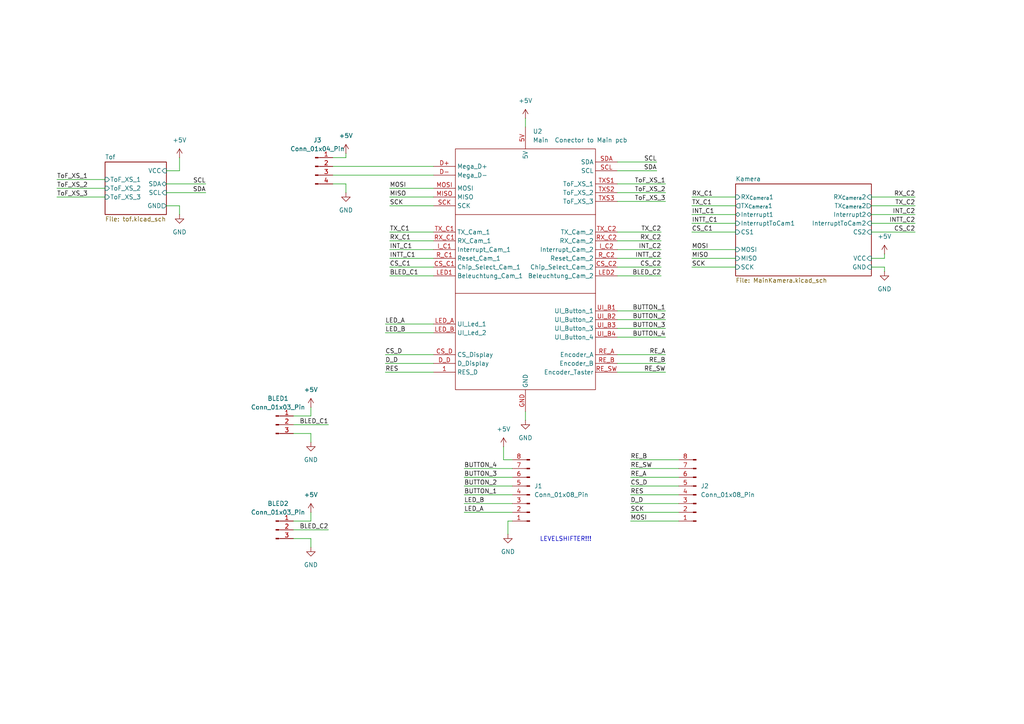
<source format=kicad_sch>
(kicad_sch (version 20250114) (generator "eeschema") (generator_version "9.0")
  (paper "A4")
  (lib_symbols
    (symbol "Connector:Conn_01x03_Pin" (pin_names (offset 1.016) (hide yes))
      (property "Reference" "J" (at 0 5.08 0))
      (property "Value" "Conn_01x03_Pin" (at 0 -5.08 0))
      (symbol "Conn_01x03_Pin_1_1"
        (rectangle (start 0.8636 2.667) (end 0 2.413) (stroke (width 0.1524)) (fill (type outline)))
        (rectangle (start 0.8636 0.127) (end 0 -0.127) (stroke (width 0.1524)) (fill (type outline)))
        (rectangle (start 0.8636 -2.413) (end 0 -2.667) (stroke (width 0.1524)) (fill (type outline)))
        (polyline (pts (xy 1.27 2.54) (xy 0.8636 2.54)) (stroke (width 0.1524)))
        (polyline (pts (xy 1.27 0) (xy 0.8636 0)) (stroke (width 0.1524)))
        (polyline (pts (xy 1.27 -2.54) (xy 0.8636 -2.54)) (stroke (width 0.1524)))
        (pin passive line (at 5.08 2.54 180) (length 3.81) (name "Pin_1") (number "1"))
        (pin passive line (at 5.08 0 180) (length 3.81) (name "Pin_2") (number "2"))
        (pin passive line (at 5.08 -2.54 180) (length 3.81) (name "Pin_3") (number "3"))
      )
    )
    (symbol "Connector:Conn_01x04_Pin" (pin_names (offset 1.016) (hide yes))
      (property "Reference" "J" (at 0 5.08 0))
      (property "Value" "Conn_01x04_Pin" (at 0 -7.62 0))
      (symbol "Conn_01x04_Pin_1_1"
        (rectangle (start 0.8636 2.667) (end 0 2.413) (stroke (width 0.1524)) (fill (type outline)))
        (rectangle (start 0.8636 0.127) (end 0 -0.127) (stroke (width 0.1524)) (fill (type outline)))
        (rectangle (start 0.8636 -2.413) (end 0 -2.667) (stroke (width 0.1524)) (fill (type outline)))
        (rectangle (start 0.8636 -4.953) (end 0 -5.207) (stroke (width 0.1524)) (fill (type outline)))
        (polyline (pts (xy 1.27 2.54) (xy 0.8636 2.54)) (stroke (width 0.1524)))
        (polyline (pts (xy 1.27 0) (xy 0.8636 0)) (stroke (width 0.1524)))
        (polyline (pts (xy 1.27 -2.54) (xy 0.8636 -2.54)) (stroke (width 0.1524)))
        (polyline (pts (xy 1.27 -5.08) (xy 0.8636 -5.08)) (stroke (width 0.1524)))
        (pin passive line (at 5.08 2.54 180) (length 3.81) (name "Pin_1") (number "1"))
        (pin passive line (at 5.08 0 180) (length 3.81) (name "Pin_2") (number "2"))
        (pin passive line (at 5.08 -2.54 180) (length 3.81) (name "Pin_3") (number "3"))
        (pin passive line (at 5.08 -5.08 180) (length 3.81) (name "Pin_4") (number "4"))
      )
    )
    (symbol "Connector:Conn_01x08_Pin" (pin_names (offset 1.016) (hide yes))
      (property "Reference" "J" (at 0 10.16 0))
      (property "Value" "Conn_01x08_Pin" (at 0 -12.7 0))
      (symbol "Conn_01x08_Pin_1_1"
        (rectangle (start 0.8636 7.747) (end 0 7.493) (stroke (width 0.1524)) (fill (type outline)))
        (rectangle (start 0.8636 5.207) (end 0 4.953) (stroke (width 0.1524)) (fill (type outline)))
        (rectangle (start 0.8636 2.667) (end 0 2.413) (stroke (width 0.1524)) (fill (type outline)))
        (rectangle (start 0.8636 0.127) (end 0 -0.127) (stroke (width 0.1524)) (fill (type outline)))
        (rectangle (start 0.8636 -2.413) (end 0 -2.667) (stroke (width 0.1524)) (fill (type outline)))
        (rectangle (start 0.8636 -4.953) (end 0 -5.207) (stroke (width 0.1524)) (fill (type outline)))
        (rectangle (start 0.8636 -7.493) (end 0 -7.747) (stroke (width 0.1524)) (fill (type outline)))
        (rectangle (start 0.8636 -10.033) (end 0 -10.287) (stroke (width 0.1524)) (fill (type outline)))
        (polyline (pts (xy 1.27 7.62) (xy 0.8636 7.62)) (stroke (width 0.1524)))
        (polyline (pts (xy 1.27 5.08) (xy 0.8636 5.08)) (stroke (width 0.1524)))
        (polyline (pts (xy 1.27 2.54) (xy 0.8636 2.54)) (stroke (width 0.1524)))
        (polyline (pts (xy 1.27 0) (xy 0.8636 0)) (stroke (width 0.1524)))
        (polyline (pts (xy 1.27 -2.54) (xy 0.8636 -2.54)) (stroke (width 0.1524)))
        (polyline (pts (xy 1.27 -5.08) (xy 0.8636 -5.08)) (stroke (width 0.1524)))
        (polyline (pts (xy 1.27 -7.62) (xy 0.8636 -7.62)) (stroke (width 0.1524)))
        (polyline (pts (xy 1.27 -10.16) (xy 0.8636 -10.16)) (stroke (width 0.1524)))
        (pin passive line (at 5.08 7.62 180) (length 3.81) (name "Pin_1") (number "1"))
        (pin passive line (at 5.08 5.08 180) (length 3.81) (name "Pin_2") (number "2"))
        (pin passive line (at 5.08 2.54 180) (length 3.81) (name "Pin_3") (number "3"))
        (pin passive line (at 5.08 0 180) (length 3.81) (name "Pin_4") (number "4"))
        (pin passive line (at 5.08 -2.54 180) (length 3.81) (name "Pin_5") (number "5"))
        (pin passive line (at 5.08 -5.08 180) (length 3.81) (name "Pin_6") (number "6"))
        (pin passive line (at 5.08 -7.62 180) (length 3.81) (name "Pin_7") (number "7"))
        (pin passive line (at 5.08 -10.16 180) (length 3.81) (name "Pin_8") (number "8"))
      )
    )
    (symbol "RobotikV4:MainConector"
      (property "Reference" "U" (at -19.05 33.02 0))
      (property "Value" "Main  Conector to Main pcb" (at -0.254 13.97 0))
      (symbol "MainConector_0_1"
        (rectangle (start -20.32 31.75) (end 20.32 -38.1))
        (polyline (pts (xy -20.32 12.7) (xy 20.32 12.7)))
        (polyline (pts (xy 20.32 -10.16) (xy -20.32 -10.16)))
      )
      (symbol "MainConector_1_1"
        (pin input line (at -26.67 26.67 0) (length 6.35) (name "Mega_D+") (number "D+"))
        (pin input line (at -26.67 24.13 0) (length 6.35) (name "Mega_D-") (number "D-"))
        (pin input line (at -26.67 20.32 0) (length 6.35) (name "MOSI") (number "MOSI"))
        (pin input line (at -26.67 17.78 0) (length 6.35) (name "MISO") (number "MISO"))
        (pin input line (at -26.67 15.24 0) (length 6.35) (name "SCK") (number "SCK"))
        (pin output line (at -26.67 7.62 0) (length 6.35) (name "TX_Cam_1") (number "TX_C1"))
        (pin input line (at -26.67 5.08 0) (length 6.35) (name "RX_Cam_1") (number "RX_C1"))
        (pin input line (at -26.67 2.54 0) (length 6.35) (name "Interrupt_Cam_1") (number "I_C1"))
        (pin input line (at -26.67 0 0) (length 6.35) (name "Reset_Cam_1") (number "R_C1"))
        (pin input line (at -26.67 -2.54 0) (length 6.35) (name "Chip_Select_Cam_1") (number "CS_C1"))
        (pin input line (at -26.67 -5.08 0) (length 6.35) (name "Beleuchtung_Cam_1") (number "LED1"))
        (pin input line (at -26.67 -19.05 0) (length 6.35) (name "UI_Led_1") (number "LED_A"))
        (pin input line (at -26.67 -21.59 0) (length 6.35) (name "UI_Led_2") (number "LED_B"))
        (pin input line (at -26.67 -27.94 0) (length 6.35) (name "CS_Display") (number "CS_D"))
        (pin input line (at -26.67 -30.48 0) (length 6.35) (name "D_Display") (number "D_D"))
        (pin input line (at -26.67 -33.02 0) (length 6.35) (name "RES_D") (number "1"))
        (pin power_in line (at 0 38.1 270) (length 6.35) (name "5V") (number "5V"))
        (pin power_in line (at 0 -44.45 90) (length 6.35) (name "GND") (number "GND"))
        (pin bidirectional line (at 26.67 27.94 180) (length 6.35) (name "SDA") (number "SDA"))
        (pin input line (at 26.67 25.4 180) (length 6.35) (name "SCL") (number "SCL"))
        (pin input line (at 26.67 21.59 180) (length 6.35) (name "ToF_XS_1") (number "TXS1"))
        (pin input line (at 26.67 19.05 180) (length 6.35) (name "ToF_XS_2") (number "TXS2"))
        (pin input line (at 26.67 16.51 180) (length 6.35) (name "ToF_XS_3") (number "TXS3"))
        (pin output line (at 26.67 7.62 180) (length 6.35) (name "TX_Cam_2") (number "TX_C2"))
        (pin input line (at 26.67 5.08 180) (length 6.35) (name "RX_Cam_2") (number "RX_C2"))
        (pin input line (at 26.67 2.54 180) (length 6.35) (name "Interrupt_Cam_2") (number "I_C2"))
        (pin input line (at 26.67 0 180) (length 6.35) (name "Reset_Cam_2") (number "R_C2"))
        (pin input line (at 26.67 -2.54 180) (length 6.35) (name "Chip_Select_Cam_2") (number "CS_C2"))
        (pin input line (at 26.67 -5.08 180) (length 6.35) (name "Beleuchtung_Cam_2") (number "LED2"))
        (pin output line (at 26.67 -15.24 180) (length 6.35) (name "UI_Button_1") (number "UI_B1"))
        (pin output line (at 26.67 -17.78 180) (length 6.35) (name "UI_Button_2") (number "UI_B2"))
        (pin output line (at 26.67 -20.32 180) (length 6.35) (name "UI_Button_3") (number "UI_B3"))
        (pin output line (at 26.67 -22.86 180) (length 6.35) (name "UI_Button_4") (number "UI_B4"))
        (pin output line (at 26.67 -27.94 180) (length 6.35) (name "Encoder_A") (number "RE_A"))
        (pin output line (at 26.67 -30.48 180) (length 6.35) (name "Encoder_B") (number "RE_B"))
        (pin output line (at 26.67 -33.02 180) (length 6.35) (name "Encoder_Taster") (number "RE_SW"))
      )
    )
    (symbol "power:+5V" (power) (pin_numbers (hide yes)) (pin_names (offset 0) (hide yes))
      (property "Value" "+5V" (at 0 3.556 0))
      (symbol "+5V_0_1"
        (polyline (pts (xy -0.762 1.27) (xy 0 2.54)))
        (polyline (pts (xy 0 2.54) (xy 0.762 1.27)))
        (polyline (pts (xy 0 0) (xy 0 2.54)))
      )
      (symbol "+5V_1_1"
        (pin power_in line (at 0 0 90) (length 0) (name "~") (number "1"))
      )
    )
    (symbol "power:GND" (power) (pin_numbers (hide yes)) (pin_names (offset 0) (hide yes))
      (property "Value" "GND" (at 0 -3.81 0))
      (symbol "GND_0_1"
        (polyline (pts (xy 0 0) (xy 0 -1.27) (xy 1.27 -1.27) (xy 0 -2.54) (xy -1.27 -1.27) (xy 0 -1.27)))
      )
      (symbol "GND_1_1"
        (pin power_in line (at 0 0 270) (length 0) (name "~") (number "1"))
      )
    )
  )
  (text "LEVELSHIFTER!!!\n" (at 164.084 156.464 0) (effects (font (size 1.27 1.27))))
  (wire (pts (xy 85.09 156.21) (xy 90.17 156.21)))
  (wire (pts (xy 85.09 125.73) (xy 90.17 125.73)))
  (wire (pts (xy 113.03 69.85) (xy 125.73 69.85)))
  (wire (pts (xy 193.04 102.87) (xy 179.07 102.87)))
  (wire (pts (xy 182.88 151.13) (xy 196.85 151.13)))
  (wire (pts (xy 179.07 77.47) (xy 191.77 77.47)))
  (wire (pts (xy 193.04 53.34) (xy 179.07 53.34)))
  (wire (pts (xy 111.76 107.95) (xy 125.73 107.95)))
  (wire (pts (xy 48.26 59.69) (xy 52.07 59.69)))
  (wire (pts (xy 182.88 143.51) (xy 196.85 143.51)))
  (wire (pts (xy 96.52 50.8) (xy 125.73 50.8)))
  (wire (pts (xy 96.52 53.34) (xy 100.33 53.34)))
  (wire (pts (xy 200.66 59.69) (xy 213.36 59.69)))
  (wire (pts (xy 252.73 74.93) (xy 256.54 74.93)))
  (wire (pts (xy 113.03 74.93) (xy 125.73 74.93)))
  (wire (pts (xy 111.76 93.98) (xy 125.73 93.98)))
  (wire (pts (xy 111.76 102.87) (xy 125.73 102.87)))
  (wire (pts (xy 182.88 146.05) (xy 196.85 146.05)))
  (wire (pts (xy 252.73 62.23) (xy 265.43 62.23)))
  (wire (pts (xy 200.66 67.31) (xy 213.36 67.31)))
  (wire (pts (xy 179.07 46.99) (xy 190.5 46.99)))
  (wire (pts (xy 85.09 123.19) (xy 95.25 123.19)))
  (wire (pts (xy 200.66 72.39) (xy 213.36 72.39)))
  (wire (pts (xy 252.73 67.31) (xy 265.43 67.31)))
  (wire (pts (xy 111.76 105.41) (xy 125.73 105.41)))
  (wire (pts (xy 85.09 120.65) (xy 90.17 120.65)))
  (wire (pts (xy 200.66 64.77) (xy 213.36 64.77)))
  (wire (pts (xy 182.88 140.97) (xy 196.85 140.97)))
  (wire (pts (xy 113.03 77.47) (xy 125.73 77.47)))
  (wire (pts (xy 193.04 58.42) (xy 179.07 58.42)))
  (wire (pts (xy 147.32 151.13) (xy 148.59 151.13)))
  (wire (pts (xy 179.07 80.01) (xy 191.77 80.01)))
  (wire (pts (xy 134.62 135.89) (xy 148.59 135.89)))
  (wire (pts (xy 134.62 148.59) (xy 148.59 148.59)))
  (wire (pts (xy 193.04 97.79) (xy 179.07 97.79)))
  (wire (pts (xy 193.04 90.17) (xy 179.07 90.17)))
  (wire (pts (xy 179.07 67.31) (xy 191.77 67.31)))
  (wire (pts (xy 16.51 52.07) (xy 30.48 52.07)))
  (wire (pts (xy 113.03 72.39) (xy 125.73 72.39)))
  (wire (pts (xy 200.66 62.23) (xy 213.36 62.23)))
  (wire (pts (xy 193.04 107.95) (xy 179.07 107.95)))
  (wire (pts (xy 48.26 53.34) (xy 59.69 53.34)))
  (wire (pts (xy 182.88 138.43) (xy 196.85 138.43)))
  (wire (pts (xy 52.07 45.72) (xy 52.07 49.53)))
  (wire (pts (xy 96.52 45.72) (xy 100.33 45.72)))
  (wire (pts (xy 90.17 125.73) (xy 90.17 128.27)))
  (wire (pts (xy 100.33 44.45) (xy 100.33 45.72)))
  (wire (pts (xy 147.32 151.13) (xy 147.32 154.94)))
  (wire (pts (xy 96.52 48.26) (xy 125.73 48.26)))
  (wire (pts (xy 146.05 133.35) (xy 148.59 133.35)))
  (wire (pts (xy 193.04 105.41) (xy 179.07 105.41)))
  (wire (pts (xy 113.03 67.31) (xy 125.73 67.31)))
  (wire (pts (xy 16.51 54.61) (xy 30.48 54.61)))
  (wire (pts (xy 85.09 153.67) (xy 95.25 153.67)))
  (wire (pts (xy 85.09 151.13) (xy 90.17 151.13)))
  (wire (pts (xy 200.66 77.47) (xy 213.36 77.47)))
  (wire (pts (xy 252.73 57.15) (xy 265.43 57.15)))
  (wire (pts (xy 134.62 146.05) (xy 148.59 146.05)))
  (wire (pts (xy 100.33 55.88) (xy 100.33 53.34)))
  (wire (pts (xy 90.17 148.59) (xy 90.17 151.13)))
  (wire (pts (xy 90.17 156.21) (xy 90.17 158.75)))
  (wire (pts (xy 182.88 133.35) (xy 196.85 133.35)))
  (wire (pts (xy 193.04 55.88) (xy 179.07 55.88)))
  (wire (pts (xy 256.54 74.93) (xy 256.54 73.66)))
  (wire (pts (xy 111.76 96.52) (xy 125.73 96.52)))
  (wire (pts (xy 134.62 143.51) (xy 148.59 143.51)))
  (wire (pts (xy 48.26 49.53) (xy 52.07 49.53)))
  (wire (pts (xy 179.07 72.39) (xy 191.77 72.39)))
  (wire (pts (xy 252.73 64.77) (xy 265.43 64.77)))
  (wire (pts (xy 134.62 138.43) (xy 148.59 138.43)))
  (wire (pts (xy 16.51 57.15) (xy 30.48 57.15)))
  (wire (pts (xy 179.07 69.85) (xy 191.77 69.85)))
  (wire (pts (xy 113.03 57.15) (xy 125.73 57.15)))
  (wire (pts (xy 252.73 59.69) (xy 265.43 59.69)))
  (wire (pts (xy 90.17 118.11) (xy 90.17 120.65)))
  (wire (pts (xy 113.03 80.01) (xy 125.73 80.01)))
  (wire (pts (xy 113.03 54.61) (xy 125.73 54.61)))
  (wire (pts (xy 113.03 59.69) (xy 125.73 59.69)))
  (wire (pts (xy 52.07 59.69) (xy 52.07 62.23)))
  (wire (pts (xy 252.73 77.47) (xy 256.54 77.47)))
  (wire (pts (xy 182.88 135.89) (xy 196.85 135.89)))
  (wire (pts (xy 179.07 49.53) (xy 190.5 49.53)))
  (wire (pts (xy 48.26 55.88) (xy 59.69 55.88)))
  (wire (pts (xy 256.54 78.74) (xy 256.54 77.47)))
  (wire (pts (xy 134.62 140.97) (xy 148.59 140.97)))
  (wire (pts (xy 146.05 133.35) (xy 146.05 129.54)))
  (wire (pts (xy 200.66 74.93) (xy 213.36 74.93)))
  (wire (pts (xy 152.4 34.29) (xy 152.4 36.83)))
  (wire (pts (xy 200.66 57.15) (xy 213.36 57.15)))
  (wire (pts (xy 193.04 95.25) (xy 179.07 95.25)))
  (wire (pts (xy 179.07 74.93) (xy 191.77 74.93)))
  (wire (pts (xy 193.04 92.71) (xy 179.07 92.71)))
  (wire (pts (xy 152.4 121.92) (xy 152.4 119.38)))
  (wire (pts (xy 182.88 148.59) (xy 196.85 148.59)))
  (label "INTT_C2" (at 191.77 74.93 180))
  (label "MOSI" (at 200.66 72.39 0))
  (label "SCK" (at 182.88 148.59 0))
  (label "MISO" (at 200.66 74.93 0))
  (label "INT_C1" (at 113.03 72.39 0))
  (label "RES" (at 182.88 143.51 0))
  (label "RES" (at 111.76 107.95 0))
  (label "INTT_C2" (at 265.43 64.77 180))
  (label "INTT_C1" (at 113.03 74.93 0))
  (label "RE_SW" (at 193.04 107.95 180))
  (label "D_D" (at 182.88 146.05 0))
  (label "RE_B" (at 182.88 133.35 0))
  (label "BUTTON_4" (at 193.04 97.79 180))
  (label "MOSI" (at 113.03 54.61 0))
  (label "LED_A" (at 111.76 93.98 0))
  (label "LED_B" (at 111.76 96.52 0))
  (label "SCL" (at 59.69 53.34 180))
  (label "MOSI" (at 182.88 151.13 0))
  (label "ToF_XS_1" (at 193.04 53.34 180))
  (label "TX_C2" (at 191.77 67.31 180))
  (label "BLED_C1" (at 113.03 80.01 0))
  (label "D_D" (at 111.76 105.41 0))
  (label "LED_B" (at 134.62 146.05 0))
  (label "SDA" (at 59.69 55.88 180))
  (label "RX_C2" (at 191.77 69.85 180))
  (label "BLED_C2" (at 191.77 80.01 180))
  (label "INT_C2" (at 265.43 62.23 180))
  (label "BUTTON_3" (at 134.62 138.43 0))
  (label "ToF_XS_3" (at 193.04 58.42 180))
  (label "RX_C2" (at 265.43 57.15 180))
  (label "BUTTON_1" (at 193.04 90.17 180))
  (label "MISO" (at 113.03 57.15 0))
  (label "RE_SW" (at 182.88 135.89 0))
  (label "ToF_XS_1" (at 16.51 52.07 0))
  (label "BUTTON_2" (at 134.62 140.97 0))
  (label "CS_C2" (at 265.43 67.31 180))
  (label "BUTTON_4" (at 134.62 135.89 0))
  (label "BLED_C2" (at 95.25 153.67 180))
  (label "CS_C2" (at 191.77 77.47 180))
  (label "CS_C1" (at 200.66 67.31 0))
  (label "ToF_XS_2" (at 193.04 55.88 180))
  (label "ToF_XS_3" (at 16.51 57.15 0))
  (label "SCK" (at 113.03 59.69 0))
  (label "RX_C1" (at 113.03 69.85 0))
  (label "SDA" (at 190.5 49.53 180))
  (label "TX_C2" (at 265.43 59.69 180))
  (label "CS_D" (at 111.76 102.87 0))
  (label "BUTTON_2" (at 193.04 92.71 180))
  (label "INTT_C1" (at 200.66 64.77 0))
  (label "ToF_XS_2" (at 16.51 54.61 0))
  (label "INT_C1" (at 200.66 62.23 0))
  (label "SCK" (at 200.66 77.47 0))
  (label "CS_D" (at 182.88 140.97 0))
  (label "RE_B" (at 193.04 105.41 180))
  (label "BUTTON_1" (at 134.62 143.51 0))
  (label "LED_A" (at 134.62 148.59 0))
  (label "TX_C1" (at 200.66 59.69 0))
  (label "BLED_C1" (at 95.25 123.19 180))
  (label "CS_C1" (at 113.03 77.47 0))
  (label "SCL" (at 190.5 46.99 180))
  (label "RX_C1" (at 200.66 57.15 0))
  (label "BUTTON_3" (at 193.04 95.25 180))
  (label "RE_A" (at 182.88 138.43 0))
  (label "INT_C2" (at 191.77 72.39 180))
  (label "RE_A" (at 193.04 102.87 180))
  (label "TX_C1" (at 113.03 67.31 0))
  (symbol (lib_id "Connector:Conn_01x03_Pin") (at 80.01 123.19 0) (unit 1)
    (property "Reference" "BLED1" (at 80.645 115.57 0))
    (property "Value" "Conn_01x03_Pin" (at 80.645 118.11 0))
    (property "Footprint" "JST:JST-XH-03-PACKAGE-LONG-PAD" (effects (hide yes)))
    (property "Description" "Generic connector, single row, 01x03, script generated" (effects (hide yes)))
  )
  (symbol (lib_id "Connector:Conn_01x04_Pin") (at 91.44 48.26 0) (unit 1)
    (property "Reference" "J3" (at 92.075 40.64 0))
    (property "Value" "Conn_01x04_Pin" (at 92.075 43.18 0))
    (property "Footprint" "JST:JST-XH-04-PACKAGE-LONG-PAD" (effects (hide yes)))
    (property "Description" "Generic connector, single row, 01x04, script generated" (effects (hide yes)))
  )
  (symbol (lib_id "Connector:Conn_01x08_Pin") (at 201.93 143.51 180) (unit 1)
    (property "Reference" "J2" (at 203.2 140.9699 0) (effects (justify right)))
    (property "Value" "Conn_01x08_Pin" (at 203.2 143.5099 0) (effects (justify right)))
    (property "Footprint" "JST:JST-XH-08-PACKAGE-LONG-PAD" (effects (hide yes)))
    (property "Description" "Generic connector, single row, 01x08, script generated" (effects (hide yes)))
  )
  (symbol (lib_id "power:+5V") (at 52.07 45.72 0) (unit 1)
    (property "Reference" "#PWR03" (effects (hide yes)))
    (property "Value" "+5V" (at 52.07 40.64 0))
    (property "Description" "Power symbol creates a global label with name \"+5V\"" (effects (hide yes)))
  )
  (symbol (lib_id "power:+5V") (at 90.17 118.11 0) (unit 1)
    (property "Reference" "#PWR06" (effects (hide yes)))
    (property "Value" "+5V" (at 90.17 113.03 0))
    (property "Description" "Power symbol creates a global label with name \"+5V\"" (effects (hide yes)))
  )
  (symbol (lib_id "power:+5V") (at 90.17 148.59 0) (unit 1)
    (property "Reference" "#PWR08" (effects (hide yes)))
    (property "Value" "+5V" (at 90.17 143.51 0))
    (property "Description" "Power symbol creates a global label with name \"+5V\"" (effects (hide yes)))
  )
  (symbol (lib_id "power:GND") (at 52.07 62.23 0) (unit 1)
    (property "Reference" "#PWR032" (effects (hide yes)))
    (property "Value" "GND" (at 52.07 67.31 0))
    (property "Description" "Power symbol creates a global label with name \"GND\" , ground" (effects (hide yes)))
  )
  (symbol (lib_id "power:+5V") (at 152.4 34.29 0) (unit 1)
    (property "Reference" "#PWR02" (effects (hide yes)))
    (property "Value" "+5V" (at 152.4 29.21 0))
    (property "Description" "Power symbol creates a global label with name \"+5V\"" (effects (hide yes)))
  )
  (symbol (lib_id "Connector:Conn_01x08_Pin") (at 153.67 143.51 180) (unit 1)
    (property "Reference" "J1" (at 154.94 140.9699 0) (effects (justify right)))
    (property "Value" "Conn_01x08_Pin" (at 154.94 143.5099 0) (effects (justify right)))
    (property "Footprint" "JST:JST-XH-08-PACKAGE-LONG-PAD" (effects (hide yes)))
    (property "Description" "Generic connector, single row, 01x08, script generated" (effects (hide yes)))
  )
  (symbol (lib_id "power:GND") (at 256.54 78.74 0) (unit 1)
    (property "Reference" "#PWR030" (effects (hide yes)))
    (property "Value" "GND" (at 256.54 83.82 0))
    (property "Description" "Power symbol creates a global label with name \"GND\" , ground" (effects (hide yes)))
  )
  (symbol (lib_id "power:+5V") (at 256.54 73.66 0) (unit 1)
    (property "Reference" "#PWR01" (effects (hide yes)))
    (property "Value" "+5V" (at 256.54 68.58 0))
    (property "Description" "Power symbol creates a global label with name \"+5V\"" (effects (hide yes)))
  )
  (symbol (lib_id "power:+5V") (at 146.05 129.54 0) (unit 1)
    (property "Reference" "#PWR07" (effects (hide yes)))
    (property "Value" "+5V" (at 146.05 124.46 0))
    (property "Description" "Power symbol creates a global label with name \"+5V\"" (effects (hide yes)))
  )
  (symbol (lib_id "power:GND") (at 100.33 55.88 0) (unit 1)
    (property "Reference" "#PWR033" (effects (hide yes)))
    (property "Value" "GND" (at 100.33 60.96 0))
    (property "Description" "Power symbol creates a global label with name \"GND\" , ground" (effects (hide yes)))
  )
  (symbol (lib_id "Connector:Conn_01x03_Pin") (at 80.01 153.67 0) (unit 1)
    (property "Reference" "BLED2" (at 80.645 146.05 0))
    (property "Value" "Conn_01x03_Pin" (at 80.645 148.59 0))
    (property "Footprint" "JST:JST-XH-03-PACKAGE-LONG-PAD" (effects (hide yes)))
    (property "Description" "Generic connector, single row, 01x03, script generated" (effects (hide yes)))
  )
  (symbol (lib_id "power:GND") (at 90.17 158.75 0) (unit 1)
    (property "Reference" "#PWR029" (effects (hide yes)))
    (property "Value" "GND" (at 90.17 163.83 0))
    (property "Description" "Power symbol creates a global label with name \"GND\" , ground" (effects (hide yes)))
  )
  (symbol (lib_id "power:GND") (at 90.17 128.27 0) (unit 1)
    (property "Reference" "#PWR028" (effects (hide yes)))
    (property "Value" "GND" (at 90.17 133.35 0))
    (property "Description" "Power symbol creates a global label with name \"GND\" , ground" (effects (hide yes)))
  )
  (symbol (lib_id "power:+5V") (at 100.33 44.45 0) (unit 1)
    (property "Reference" "#PWR011" (effects (hide yes)))
    (property "Value" "+5V" (at 100.33 39.37 0))
    (property "Description" "Power symbol creates a global label with name \"+5V\"" (effects (hide yes)))
  )
  (symbol (lib_id "RobotikV4:MainConector") (at 152.4 74.93 0) (unit 1)
    (property "Reference" "U2" (at 154.5433 38.1 0) (effects (justify left)))
    (property "Value" "Main  Conector to Main pcb" (at 154.5433 40.64 0) (effects (justify left)))
    (property "Footprint" "Robotik:Main Conetor" (effects (hide yes)))
  )
  (symbol (lib_id "power:GND") (at 147.32 154.94 0) (unit 1)
    (property "Reference" "#PWR027" (effects (hide yes)))
    (property "Value" "GND" (at 147.32 160.02 0))
    (property "Description" "Power symbol creates a global label with name \"GND\" , ground" (effects (hide yes)))
  )
  (symbol (lib_id "power:GND") (at 152.4 121.92 0) (unit 1)
    (property "Reference" "#PWR031" (effects (hide yes)))
    (property "Value" "GND" (at 152.4 127 0))
    (property "Description" "Power symbol creates a global label with name \"GND\" , ground" (effects (hide yes)))
  )
  (sheet (at 213.36 53.34) (size 39.37 26.67) (stroke (width 0.1524))
    (property "Sheetname" "Kamera" (at 213.36 52.6284 0) (effects (justify left bottom)))
    (property "Sheetfile" "MainKamera.kicad_sch" (at 213.36 80.5946 0) (effects (justify left top)))
    (pin "TX_{Camera}2" output (at 252.73 59.69 0))
    (pin "GND" input (at 252.73 77.47 0))
    (pin "Interrupt1" bidirectional (at 213.36 62.23 180))
    (pin "RX_{Camera}1" input (at 213.36 57.15 180))
    (pin "TX_{Camera}1" output (at 213.36 59.69 180))
    (pin "Interrupt2" bidirectional (at 252.73 62.23 0))
    (pin "VCC" input (at 252.73 74.93 0))
    (pin "RX_{Camera}2" input (at 252.73 57.15 0))
    (pin "SCK" input (at 213.36 77.47 180))
    (pin "CS2" input (at 252.73 67.31 0))
    (pin "MOSI" input (at 213.36 72.39 180))
    (pin "CS1" input (at 213.36 67.31 180))
    (pin "MISO" input (at 213.36 74.93 180))
    (pin "InterruptToCam1" input (at 213.36 64.77 180))
    (pin "InterruptToCam2" input (at 252.73 64.77 0))
  )
  (sheet (at 30.48 46.99) (size 17.78 15.24) (stroke (width 0.1524))
    (property "Sheetname" "Tof" (at 30.48 46.2784 0) (effects (justify left bottom)))
    (property "Sheetfile" "tof.kicad_sch" (at 30.48 62.8146 0) (effects (justify left top)))
    (pin "ToF_XS_3" input (at 30.48 57.15 180))
    (pin "VCC" input (at 48.26 49.53 0))
    (pin "SDA" bidirectional (at 48.26 53.34 0))
    (pin "GND" output (at 48.26 59.69 0))
    (pin "ToF_XS_1" input (at 30.48 52.07 180))
    (pin "ToF_XS_2" input (at 30.48 54.61 180))
    (pin "SCL" input (at 48.26 55.88 0))
  )
)
</source>
